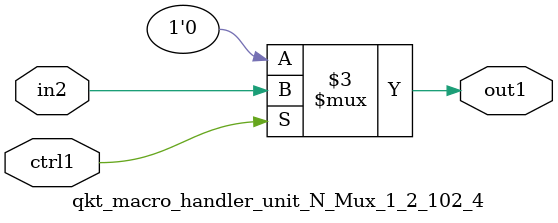
<source format=v>

`timescale 1ps / 1ps


module qkt_macro_handler_unit_N_Mux_1_2_102_4( in2, ctrl1, out1 );

    input in2;
    input ctrl1;
    output out1;
    reg out1;

    
    // rtl_process:qkt_macro_handler_unit_N_Mux_1_2_102_4/qkt_macro_handler_unit_N_Mux_1_2_102_4_thread_1
    always @*
      begin : qkt_macro_handler_unit_N_Mux_1_2_102_4_thread_1
        case (ctrl1) 
          1'b1: 
            begin
              out1 = in2;
            end
          default: 
            begin
              out1 = 1'b0;
            end
        endcase
      end

endmodule





</source>
